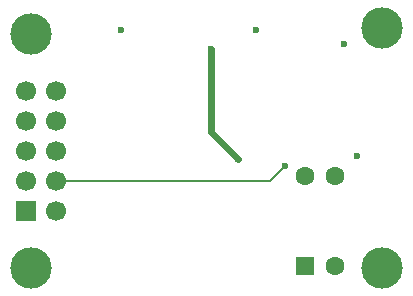
<source format=gbr>
%TF.GenerationSoftware,KiCad,Pcbnew,9.0.3*%
%TF.CreationDate,2025-07-11T14:37:00-05:00*%
%TF.ProjectId,drvplugin,64727670-6c75-4676-996e-2e6b69636164,rev?*%
%TF.SameCoordinates,Original*%
%TF.FileFunction,Copper,L2,Bot*%
%TF.FilePolarity,Positive*%
%FSLAX46Y46*%
G04 Gerber Fmt 4.6, Leading zero omitted, Abs format (unit mm)*
G04 Created by KiCad (PCBNEW 9.0.3) date 2025-07-11 14:37:00*
%MOMM*%
%LPD*%
G01*
G04 APERTURE LIST*
G04 Aperture macros list*
%AMRoundRect*
0 Rectangle with rounded corners*
0 $1 Rounding radius*
0 $2 $3 $4 $5 $6 $7 $8 $9 X,Y pos of 4 corners*
0 Add a 4 corners polygon primitive as box body*
4,1,4,$2,$3,$4,$5,$6,$7,$8,$9,$2,$3,0*
0 Add four circle primitives for the rounded corners*
1,1,$1+$1,$2,$3*
1,1,$1+$1,$4,$5*
1,1,$1+$1,$6,$7*
1,1,$1+$1,$8,$9*
0 Add four rect primitives between the rounded corners*
20,1,$1+$1,$2,$3,$4,$5,0*
20,1,$1+$1,$4,$5,$6,$7,0*
20,1,$1+$1,$6,$7,$8,$9,0*
20,1,$1+$1,$8,$9,$2,$3,0*%
G04 Aperture macros list end*
%TA.AperFunction,ComponentPad*%
%ADD10C,2.600000*%
%TD*%
%TA.AperFunction,ConnectorPad*%
%ADD11C,3.500000*%
%TD*%
%TA.AperFunction,ComponentPad*%
%ADD12RoundRect,0.250000X0.550000X-0.550000X0.550000X0.550000X-0.550000X0.550000X-0.550000X-0.550000X0*%
%TD*%
%TA.AperFunction,ComponentPad*%
%ADD13C,1.600000*%
%TD*%
%TA.AperFunction,ComponentPad*%
%ADD14R,1.700000X1.700000*%
%TD*%
%TA.AperFunction,ComponentPad*%
%ADD15C,1.700000*%
%TD*%
%TA.AperFunction,ViaPad*%
%ADD16C,0.600000*%
%TD*%
%TA.AperFunction,Conductor*%
%ADD17C,0.600000*%
%TD*%
%TA.AperFunction,Conductor*%
%ADD18C,0.200000*%
%TD*%
G04 APERTURE END LIST*
D10*
%TO.P,REF\u002A\u002A,1*%
%TO.N,N/C*%
X69600000Y-64850000D03*
D11*
X69600000Y-64850000D03*
%TD*%
D10*
%TO.P,REF\u002A\u002A,1*%
%TO.N,N/C*%
X69600000Y-44550000D03*
D11*
X69600000Y-44550000D03*
%TD*%
D10*
%TO.P,REF\u002A\u002A,1*%
%TO.N,N/C*%
X39850000Y-45050000D03*
D11*
X39850000Y-45050000D03*
%TD*%
D12*
%TO.P,U1,1*%
%TO.N,Net-(R3-Pad1)*%
X63000000Y-64720000D03*
D13*
%TO.P,U1,2*%
%TO.N,GND*%
X65540000Y-64720000D03*
%TO.P,U1,3*%
%TO.N,GND1*%
X65540000Y-57100000D03*
%TO.P,U1,4*%
%TO.N,Net-(U2-INPUT)*%
X63000000Y-57100000D03*
%TD*%
D10*
%TO.P,REF\u002A\u002A,1*%
%TO.N,N/C*%
X39800000Y-64900000D03*
D11*
X39800000Y-64900000D03*
%TD*%
D14*
%TO.P,J1,1,Pin_1*%
%TO.N,GND*%
X39425000Y-60030000D03*
D15*
%TO.P,J1,2,Pin_2*%
%TO.N,/GPIO*%
X41965000Y-60030000D03*
%TO.P,J1,3,Pin_3*%
%TO.N,unconnected-(J1-Pin_3-Pad3)*%
X39425000Y-57490000D03*
%TO.P,J1,4,Pin_4*%
%TO.N,/FAIL*%
X41965000Y-57490000D03*
%TO.P,J1,5,Pin_5*%
%TO.N,+12V*%
X39425000Y-54950000D03*
%TO.P,J1,6,Pin_6*%
X41965000Y-54950000D03*
%TO.P,J1,7,Pin_7*%
%TO.N,/OUT*%
X39425000Y-52410000D03*
%TO.P,J1,8,Pin_8*%
X41965000Y-52410000D03*
%TO.P,J1,9,Pin_9*%
%TO.N,GND1*%
X39425000Y-49870000D03*
%TO.P,J1,10,Pin_10*%
X41965000Y-49870000D03*
%TD*%
D16*
%TO.N,GND1*%
X67425000Y-55375000D03*
X66325000Y-45925000D03*
X47450000Y-44750000D03*
X58850000Y-44750000D03*
%TO.N,+12V*%
X57375000Y-55625000D03*
X55050000Y-46300000D03*
%TO.N,/FAIL*%
X61350000Y-56250000D03*
%TD*%
D17*
%TO.N,+12V*%
X57375000Y-55625000D02*
X55100000Y-53350000D01*
X55100000Y-53350000D02*
X55100000Y-46350000D01*
X55100000Y-46350000D02*
X55050000Y-46300000D01*
D18*
%TO.N,/FAIL*%
X61350000Y-56250000D02*
X60100000Y-57500000D01*
X60100000Y-57500000D02*
X42135000Y-57500000D01*
%TD*%
M02*

</source>
